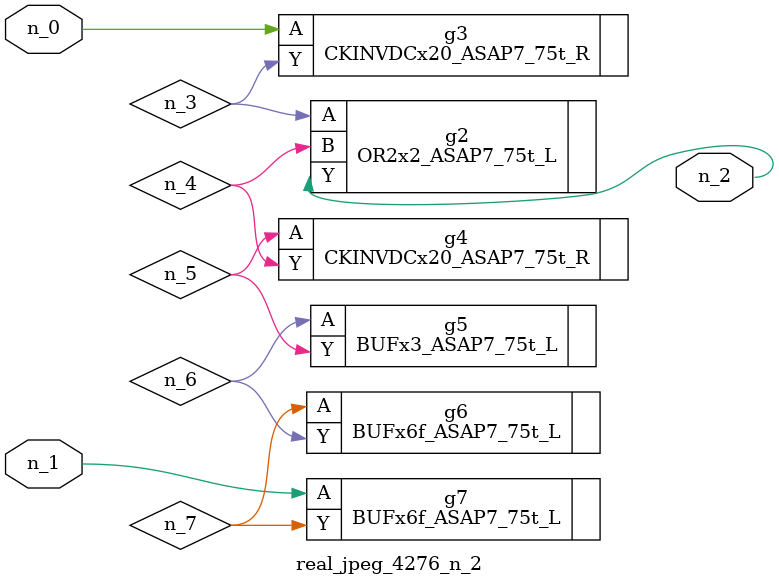
<source format=v>
module real_jpeg_4276_n_2 (n_1, n_0, n_2);

input n_1;
input n_0;

output n_2;

wire n_5;
wire n_4;
wire n_6;
wire n_7;
wire n_3;

CKINVDCx20_ASAP7_75t_R g3 ( 
.A(n_0),
.Y(n_3)
);

BUFx6f_ASAP7_75t_L g7 ( 
.A(n_1),
.Y(n_7)
);

OR2x2_ASAP7_75t_L g2 ( 
.A(n_3),
.B(n_4),
.Y(n_2)
);

CKINVDCx20_ASAP7_75t_R g4 ( 
.A(n_5),
.Y(n_4)
);

BUFx3_ASAP7_75t_L g5 ( 
.A(n_6),
.Y(n_5)
);

BUFx6f_ASAP7_75t_L g6 ( 
.A(n_7),
.Y(n_6)
);


endmodule
</source>
